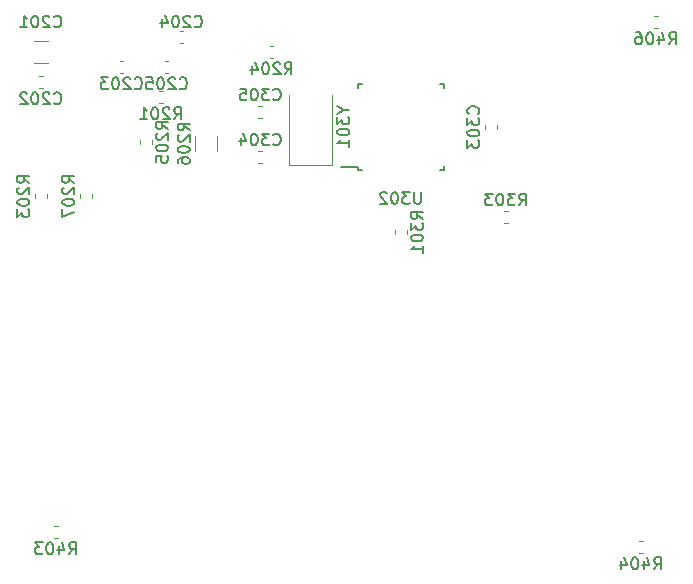
<source format=gbr>
G04 #@! TF.GenerationSoftware,KiCad,Pcbnew,(5.1.6)-1*
G04 #@! TF.CreationDate,2020-09-09T15:03:48-04:00*
G04 #@! TF.ProjectId,electronique_drone,656c6563-7472-46f6-9e69-7175655f6472,2*
G04 #@! TF.SameCoordinates,Original*
G04 #@! TF.FileFunction,Legend,Bot*
G04 #@! TF.FilePolarity,Positive*
%FSLAX46Y46*%
G04 Gerber Fmt 4.6, Leading zero omitted, Abs format (unit mm)*
G04 Created by KiCad (PCBNEW (5.1.6)-1) date 2020-09-09 15:03:48*
%MOMM*%
%LPD*%
G01*
G04 APERTURE LIST*
%ADD10C,0.120000*%
%ADD11C,0.150000*%
G04 APERTURE END LIST*
D10*
X54007936Y-59330000D02*
X55212064Y-59330000D01*
X54007936Y-57510000D02*
X55212064Y-57510000D01*
X54447221Y-61470000D02*
X54772779Y-61470000D01*
X54447221Y-60450000D02*
X54772779Y-60450000D01*
X61279721Y-60200000D02*
X61605279Y-60200000D01*
X61279721Y-59180000D02*
X61605279Y-59180000D01*
X66359721Y-57660000D02*
X66685279Y-57660000D01*
X66359721Y-56640000D02*
X66685279Y-56640000D01*
X65089721Y-59180000D02*
X65415279Y-59180000D01*
X65089721Y-60200000D02*
X65415279Y-60200000D01*
X93220000Y-64607221D02*
X93220000Y-64932779D01*
X92200000Y-64607221D02*
X92200000Y-64932779D01*
X73340279Y-66800000D02*
X73014721Y-66800000D01*
X73340279Y-67820000D02*
X73014721Y-67820000D01*
X73340279Y-64010000D02*
X73014721Y-64010000D01*
X73340279Y-62990000D02*
X73014721Y-62990000D01*
X64607221Y-62740000D02*
X64932779Y-62740000D01*
X64607221Y-61720000D02*
X64932779Y-61720000D01*
X55120000Y-70474721D02*
X55120000Y-70800279D01*
X54100000Y-70474721D02*
X54100000Y-70800279D01*
X73979721Y-57910000D02*
X74305279Y-57910000D01*
X73979721Y-58930000D02*
X74305279Y-58930000D01*
X62990000Y-66202779D02*
X62990000Y-65877221D01*
X64010000Y-66202779D02*
X64010000Y-65877221D01*
X67670000Y-65567936D02*
X67670000Y-66772064D01*
X69490000Y-65567936D02*
X69490000Y-66772064D01*
X58930000Y-70474721D02*
X58930000Y-70800279D01*
X57910000Y-70474721D02*
X57910000Y-70800279D01*
X84580000Y-73822779D02*
X84580000Y-73497221D01*
X85600000Y-73822779D02*
X85600000Y-73497221D01*
X94142779Y-71880000D02*
X93817221Y-71880000D01*
X94142779Y-72900000D02*
X93817221Y-72900000D01*
X55717221Y-98550000D02*
X56042779Y-98550000D01*
X55717221Y-99570000D02*
X56042779Y-99570000D01*
X105247221Y-100840000D02*
X105572779Y-100840000D01*
X105247221Y-99820000D02*
X105572779Y-99820000D01*
X106517221Y-56390000D02*
X106842779Y-56390000D01*
X106517221Y-55370000D02*
X106842779Y-55370000D01*
D11*
X81465000Y-68395000D02*
X81465000Y-68170000D01*
X88715000Y-68395000D02*
X88715000Y-68070000D01*
X88715000Y-61145000D02*
X88715000Y-61470000D01*
X81465000Y-61145000D02*
X81465000Y-61470000D01*
X81465000Y-68395000D02*
X81790000Y-68395000D01*
X81465000Y-61145000D02*
X81790000Y-61145000D01*
X88715000Y-61145000D02*
X88390000Y-61145000D01*
X88715000Y-68395000D02*
X88390000Y-68395000D01*
X81465000Y-68170000D02*
X80040000Y-68170000D01*
D10*
X79270000Y-62070000D02*
X79270000Y-67970000D01*
X79270000Y-67970000D02*
X75670000Y-67970000D01*
X75670000Y-67970000D02*
X75670000Y-62070000D01*
D11*
X55729047Y-56237142D02*
X55776666Y-56284761D01*
X55919523Y-56332380D01*
X56014761Y-56332380D01*
X56157619Y-56284761D01*
X56252857Y-56189523D01*
X56300476Y-56094285D01*
X56348095Y-55903809D01*
X56348095Y-55760952D01*
X56300476Y-55570476D01*
X56252857Y-55475238D01*
X56157619Y-55380000D01*
X56014761Y-55332380D01*
X55919523Y-55332380D01*
X55776666Y-55380000D01*
X55729047Y-55427619D01*
X55348095Y-55427619D02*
X55300476Y-55380000D01*
X55205238Y-55332380D01*
X54967142Y-55332380D01*
X54871904Y-55380000D01*
X54824285Y-55427619D01*
X54776666Y-55522857D01*
X54776666Y-55618095D01*
X54824285Y-55760952D01*
X55395714Y-56332380D01*
X54776666Y-56332380D01*
X54157619Y-55332380D02*
X54062380Y-55332380D01*
X53967142Y-55380000D01*
X53919523Y-55427619D01*
X53871904Y-55522857D01*
X53824285Y-55713333D01*
X53824285Y-55951428D01*
X53871904Y-56141904D01*
X53919523Y-56237142D01*
X53967142Y-56284761D01*
X54062380Y-56332380D01*
X54157619Y-56332380D01*
X54252857Y-56284761D01*
X54300476Y-56237142D01*
X54348095Y-56141904D01*
X54395714Y-55951428D01*
X54395714Y-55713333D01*
X54348095Y-55522857D01*
X54300476Y-55427619D01*
X54252857Y-55380000D01*
X54157619Y-55332380D01*
X52871904Y-56332380D02*
X53443333Y-56332380D01*
X53157619Y-56332380D02*
X53157619Y-55332380D01*
X53252857Y-55475238D01*
X53348095Y-55570476D01*
X53443333Y-55618095D01*
X55729047Y-62747142D02*
X55776666Y-62794761D01*
X55919523Y-62842380D01*
X56014761Y-62842380D01*
X56157619Y-62794761D01*
X56252857Y-62699523D01*
X56300476Y-62604285D01*
X56348095Y-62413809D01*
X56348095Y-62270952D01*
X56300476Y-62080476D01*
X56252857Y-61985238D01*
X56157619Y-61890000D01*
X56014761Y-61842380D01*
X55919523Y-61842380D01*
X55776666Y-61890000D01*
X55729047Y-61937619D01*
X55348095Y-61937619D02*
X55300476Y-61890000D01*
X55205238Y-61842380D01*
X54967142Y-61842380D01*
X54871904Y-61890000D01*
X54824285Y-61937619D01*
X54776666Y-62032857D01*
X54776666Y-62128095D01*
X54824285Y-62270952D01*
X55395714Y-62842380D01*
X54776666Y-62842380D01*
X54157619Y-61842380D02*
X54062380Y-61842380D01*
X53967142Y-61890000D01*
X53919523Y-61937619D01*
X53871904Y-62032857D01*
X53824285Y-62223333D01*
X53824285Y-62461428D01*
X53871904Y-62651904D01*
X53919523Y-62747142D01*
X53967142Y-62794761D01*
X54062380Y-62842380D01*
X54157619Y-62842380D01*
X54252857Y-62794761D01*
X54300476Y-62747142D01*
X54348095Y-62651904D01*
X54395714Y-62461428D01*
X54395714Y-62223333D01*
X54348095Y-62032857D01*
X54300476Y-61937619D01*
X54252857Y-61890000D01*
X54157619Y-61842380D01*
X53443333Y-61937619D02*
X53395714Y-61890000D01*
X53300476Y-61842380D01*
X53062380Y-61842380D01*
X52967142Y-61890000D01*
X52919523Y-61937619D01*
X52871904Y-62032857D01*
X52871904Y-62128095D01*
X52919523Y-62270952D01*
X53490952Y-62842380D01*
X52871904Y-62842380D01*
X62561547Y-61477142D02*
X62609166Y-61524761D01*
X62752023Y-61572380D01*
X62847261Y-61572380D01*
X62990119Y-61524761D01*
X63085357Y-61429523D01*
X63132976Y-61334285D01*
X63180595Y-61143809D01*
X63180595Y-61000952D01*
X63132976Y-60810476D01*
X63085357Y-60715238D01*
X62990119Y-60620000D01*
X62847261Y-60572380D01*
X62752023Y-60572380D01*
X62609166Y-60620000D01*
X62561547Y-60667619D01*
X62180595Y-60667619D02*
X62132976Y-60620000D01*
X62037738Y-60572380D01*
X61799642Y-60572380D01*
X61704404Y-60620000D01*
X61656785Y-60667619D01*
X61609166Y-60762857D01*
X61609166Y-60858095D01*
X61656785Y-61000952D01*
X62228214Y-61572380D01*
X61609166Y-61572380D01*
X60990119Y-60572380D02*
X60894880Y-60572380D01*
X60799642Y-60620000D01*
X60752023Y-60667619D01*
X60704404Y-60762857D01*
X60656785Y-60953333D01*
X60656785Y-61191428D01*
X60704404Y-61381904D01*
X60752023Y-61477142D01*
X60799642Y-61524761D01*
X60894880Y-61572380D01*
X60990119Y-61572380D01*
X61085357Y-61524761D01*
X61132976Y-61477142D01*
X61180595Y-61381904D01*
X61228214Y-61191428D01*
X61228214Y-60953333D01*
X61180595Y-60762857D01*
X61132976Y-60667619D01*
X61085357Y-60620000D01*
X60990119Y-60572380D01*
X60323452Y-60572380D02*
X59704404Y-60572380D01*
X60037738Y-60953333D01*
X59894880Y-60953333D01*
X59799642Y-61000952D01*
X59752023Y-61048571D01*
X59704404Y-61143809D01*
X59704404Y-61381904D01*
X59752023Y-61477142D01*
X59799642Y-61524761D01*
X59894880Y-61572380D01*
X60180595Y-61572380D01*
X60275833Y-61524761D01*
X60323452Y-61477142D01*
X67641547Y-56237142D02*
X67689166Y-56284761D01*
X67832023Y-56332380D01*
X67927261Y-56332380D01*
X68070119Y-56284761D01*
X68165357Y-56189523D01*
X68212976Y-56094285D01*
X68260595Y-55903809D01*
X68260595Y-55760952D01*
X68212976Y-55570476D01*
X68165357Y-55475238D01*
X68070119Y-55380000D01*
X67927261Y-55332380D01*
X67832023Y-55332380D01*
X67689166Y-55380000D01*
X67641547Y-55427619D01*
X67260595Y-55427619D02*
X67212976Y-55380000D01*
X67117738Y-55332380D01*
X66879642Y-55332380D01*
X66784404Y-55380000D01*
X66736785Y-55427619D01*
X66689166Y-55522857D01*
X66689166Y-55618095D01*
X66736785Y-55760952D01*
X67308214Y-56332380D01*
X66689166Y-56332380D01*
X66070119Y-55332380D02*
X65974880Y-55332380D01*
X65879642Y-55380000D01*
X65832023Y-55427619D01*
X65784404Y-55522857D01*
X65736785Y-55713333D01*
X65736785Y-55951428D01*
X65784404Y-56141904D01*
X65832023Y-56237142D01*
X65879642Y-56284761D01*
X65974880Y-56332380D01*
X66070119Y-56332380D01*
X66165357Y-56284761D01*
X66212976Y-56237142D01*
X66260595Y-56141904D01*
X66308214Y-55951428D01*
X66308214Y-55713333D01*
X66260595Y-55522857D01*
X66212976Y-55427619D01*
X66165357Y-55380000D01*
X66070119Y-55332380D01*
X64879642Y-55665714D02*
X64879642Y-56332380D01*
X65117738Y-55284761D02*
X65355833Y-55999047D01*
X64736785Y-55999047D01*
X66371547Y-61477142D02*
X66419166Y-61524761D01*
X66562023Y-61572380D01*
X66657261Y-61572380D01*
X66800119Y-61524761D01*
X66895357Y-61429523D01*
X66942976Y-61334285D01*
X66990595Y-61143809D01*
X66990595Y-61000952D01*
X66942976Y-60810476D01*
X66895357Y-60715238D01*
X66800119Y-60620000D01*
X66657261Y-60572380D01*
X66562023Y-60572380D01*
X66419166Y-60620000D01*
X66371547Y-60667619D01*
X65990595Y-60667619D02*
X65942976Y-60620000D01*
X65847738Y-60572380D01*
X65609642Y-60572380D01*
X65514404Y-60620000D01*
X65466785Y-60667619D01*
X65419166Y-60762857D01*
X65419166Y-60858095D01*
X65466785Y-61000952D01*
X66038214Y-61572380D01*
X65419166Y-61572380D01*
X64800119Y-60572380D02*
X64704880Y-60572380D01*
X64609642Y-60620000D01*
X64562023Y-60667619D01*
X64514404Y-60762857D01*
X64466785Y-60953333D01*
X64466785Y-61191428D01*
X64514404Y-61381904D01*
X64562023Y-61477142D01*
X64609642Y-61524761D01*
X64704880Y-61572380D01*
X64800119Y-61572380D01*
X64895357Y-61524761D01*
X64942976Y-61477142D01*
X64990595Y-61381904D01*
X65038214Y-61191428D01*
X65038214Y-60953333D01*
X64990595Y-60762857D01*
X64942976Y-60667619D01*
X64895357Y-60620000D01*
X64800119Y-60572380D01*
X63562023Y-60572380D02*
X64038214Y-60572380D01*
X64085833Y-61048571D01*
X64038214Y-61000952D01*
X63942976Y-60953333D01*
X63704880Y-60953333D01*
X63609642Y-61000952D01*
X63562023Y-61048571D01*
X63514404Y-61143809D01*
X63514404Y-61381904D01*
X63562023Y-61477142D01*
X63609642Y-61524761D01*
X63704880Y-61572380D01*
X63942976Y-61572380D01*
X64038214Y-61524761D01*
X64085833Y-61477142D01*
X91637142Y-63650952D02*
X91684761Y-63603333D01*
X91732380Y-63460476D01*
X91732380Y-63365238D01*
X91684761Y-63222380D01*
X91589523Y-63127142D01*
X91494285Y-63079523D01*
X91303809Y-63031904D01*
X91160952Y-63031904D01*
X90970476Y-63079523D01*
X90875238Y-63127142D01*
X90780000Y-63222380D01*
X90732380Y-63365238D01*
X90732380Y-63460476D01*
X90780000Y-63603333D01*
X90827619Y-63650952D01*
X90732380Y-63984285D02*
X90732380Y-64603333D01*
X91113333Y-64270000D01*
X91113333Y-64412857D01*
X91160952Y-64508095D01*
X91208571Y-64555714D01*
X91303809Y-64603333D01*
X91541904Y-64603333D01*
X91637142Y-64555714D01*
X91684761Y-64508095D01*
X91732380Y-64412857D01*
X91732380Y-64127142D01*
X91684761Y-64031904D01*
X91637142Y-63984285D01*
X90732380Y-65222380D02*
X90732380Y-65317619D01*
X90780000Y-65412857D01*
X90827619Y-65460476D01*
X90922857Y-65508095D01*
X91113333Y-65555714D01*
X91351428Y-65555714D01*
X91541904Y-65508095D01*
X91637142Y-65460476D01*
X91684761Y-65412857D01*
X91732380Y-65317619D01*
X91732380Y-65222380D01*
X91684761Y-65127142D01*
X91637142Y-65079523D01*
X91541904Y-65031904D01*
X91351428Y-64984285D01*
X91113333Y-64984285D01*
X90922857Y-65031904D01*
X90827619Y-65079523D01*
X90780000Y-65127142D01*
X90732380Y-65222380D01*
X90732380Y-65889047D02*
X90732380Y-66508095D01*
X91113333Y-66174761D01*
X91113333Y-66317619D01*
X91160952Y-66412857D01*
X91208571Y-66460476D01*
X91303809Y-66508095D01*
X91541904Y-66508095D01*
X91637142Y-66460476D01*
X91684761Y-66412857D01*
X91732380Y-66317619D01*
X91732380Y-66031904D01*
X91684761Y-65936666D01*
X91637142Y-65889047D01*
X74296547Y-66237142D02*
X74344166Y-66284761D01*
X74487023Y-66332380D01*
X74582261Y-66332380D01*
X74725119Y-66284761D01*
X74820357Y-66189523D01*
X74867976Y-66094285D01*
X74915595Y-65903809D01*
X74915595Y-65760952D01*
X74867976Y-65570476D01*
X74820357Y-65475238D01*
X74725119Y-65380000D01*
X74582261Y-65332380D01*
X74487023Y-65332380D01*
X74344166Y-65380000D01*
X74296547Y-65427619D01*
X73963214Y-65332380D02*
X73344166Y-65332380D01*
X73677500Y-65713333D01*
X73534642Y-65713333D01*
X73439404Y-65760952D01*
X73391785Y-65808571D01*
X73344166Y-65903809D01*
X73344166Y-66141904D01*
X73391785Y-66237142D01*
X73439404Y-66284761D01*
X73534642Y-66332380D01*
X73820357Y-66332380D01*
X73915595Y-66284761D01*
X73963214Y-66237142D01*
X72725119Y-65332380D02*
X72629880Y-65332380D01*
X72534642Y-65380000D01*
X72487023Y-65427619D01*
X72439404Y-65522857D01*
X72391785Y-65713333D01*
X72391785Y-65951428D01*
X72439404Y-66141904D01*
X72487023Y-66237142D01*
X72534642Y-66284761D01*
X72629880Y-66332380D01*
X72725119Y-66332380D01*
X72820357Y-66284761D01*
X72867976Y-66237142D01*
X72915595Y-66141904D01*
X72963214Y-65951428D01*
X72963214Y-65713333D01*
X72915595Y-65522857D01*
X72867976Y-65427619D01*
X72820357Y-65380000D01*
X72725119Y-65332380D01*
X71534642Y-65665714D02*
X71534642Y-66332380D01*
X71772738Y-65284761D02*
X72010833Y-65999047D01*
X71391785Y-65999047D01*
X74296547Y-62427142D02*
X74344166Y-62474761D01*
X74487023Y-62522380D01*
X74582261Y-62522380D01*
X74725119Y-62474761D01*
X74820357Y-62379523D01*
X74867976Y-62284285D01*
X74915595Y-62093809D01*
X74915595Y-61950952D01*
X74867976Y-61760476D01*
X74820357Y-61665238D01*
X74725119Y-61570000D01*
X74582261Y-61522380D01*
X74487023Y-61522380D01*
X74344166Y-61570000D01*
X74296547Y-61617619D01*
X73963214Y-61522380D02*
X73344166Y-61522380D01*
X73677500Y-61903333D01*
X73534642Y-61903333D01*
X73439404Y-61950952D01*
X73391785Y-61998571D01*
X73344166Y-62093809D01*
X73344166Y-62331904D01*
X73391785Y-62427142D01*
X73439404Y-62474761D01*
X73534642Y-62522380D01*
X73820357Y-62522380D01*
X73915595Y-62474761D01*
X73963214Y-62427142D01*
X72725119Y-61522380D02*
X72629880Y-61522380D01*
X72534642Y-61570000D01*
X72487023Y-61617619D01*
X72439404Y-61712857D01*
X72391785Y-61903333D01*
X72391785Y-62141428D01*
X72439404Y-62331904D01*
X72487023Y-62427142D01*
X72534642Y-62474761D01*
X72629880Y-62522380D01*
X72725119Y-62522380D01*
X72820357Y-62474761D01*
X72867976Y-62427142D01*
X72915595Y-62331904D01*
X72963214Y-62141428D01*
X72963214Y-61903333D01*
X72915595Y-61712857D01*
X72867976Y-61617619D01*
X72820357Y-61570000D01*
X72725119Y-61522380D01*
X71487023Y-61522380D02*
X71963214Y-61522380D01*
X72010833Y-61998571D01*
X71963214Y-61950952D01*
X71867976Y-61903333D01*
X71629880Y-61903333D01*
X71534642Y-61950952D01*
X71487023Y-61998571D01*
X71439404Y-62093809D01*
X71439404Y-62331904D01*
X71487023Y-62427142D01*
X71534642Y-62474761D01*
X71629880Y-62522380D01*
X71867976Y-62522380D01*
X71963214Y-62474761D01*
X72010833Y-62427142D01*
X65889047Y-64112380D02*
X66222380Y-63636190D01*
X66460476Y-64112380D02*
X66460476Y-63112380D01*
X66079523Y-63112380D01*
X65984285Y-63160000D01*
X65936666Y-63207619D01*
X65889047Y-63302857D01*
X65889047Y-63445714D01*
X65936666Y-63540952D01*
X65984285Y-63588571D01*
X66079523Y-63636190D01*
X66460476Y-63636190D01*
X65508095Y-63207619D02*
X65460476Y-63160000D01*
X65365238Y-63112380D01*
X65127142Y-63112380D01*
X65031904Y-63160000D01*
X64984285Y-63207619D01*
X64936666Y-63302857D01*
X64936666Y-63398095D01*
X64984285Y-63540952D01*
X65555714Y-64112380D01*
X64936666Y-64112380D01*
X64317619Y-63112380D02*
X64222380Y-63112380D01*
X64127142Y-63160000D01*
X64079523Y-63207619D01*
X64031904Y-63302857D01*
X63984285Y-63493333D01*
X63984285Y-63731428D01*
X64031904Y-63921904D01*
X64079523Y-64017142D01*
X64127142Y-64064761D01*
X64222380Y-64112380D01*
X64317619Y-64112380D01*
X64412857Y-64064761D01*
X64460476Y-64017142D01*
X64508095Y-63921904D01*
X64555714Y-63731428D01*
X64555714Y-63493333D01*
X64508095Y-63302857D01*
X64460476Y-63207619D01*
X64412857Y-63160000D01*
X64317619Y-63112380D01*
X63031904Y-64112380D02*
X63603333Y-64112380D01*
X63317619Y-64112380D02*
X63317619Y-63112380D01*
X63412857Y-63255238D01*
X63508095Y-63350476D01*
X63603333Y-63398095D01*
X53632380Y-69518452D02*
X53156190Y-69185119D01*
X53632380Y-68947023D02*
X52632380Y-68947023D01*
X52632380Y-69327976D01*
X52680000Y-69423214D01*
X52727619Y-69470833D01*
X52822857Y-69518452D01*
X52965714Y-69518452D01*
X53060952Y-69470833D01*
X53108571Y-69423214D01*
X53156190Y-69327976D01*
X53156190Y-68947023D01*
X52727619Y-69899404D02*
X52680000Y-69947023D01*
X52632380Y-70042261D01*
X52632380Y-70280357D01*
X52680000Y-70375595D01*
X52727619Y-70423214D01*
X52822857Y-70470833D01*
X52918095Y-70470833D01*
X53060952Y-70423214D01*
X53632380Y-69851785D01*
X53632380Y-70470833D01*
X52632380Y-71089880D02*
X52632380Y-71185119D01*
X52680000Y-71280357D01*
X52727619Y-71327976D01*
X52822857Y-71375595D01*
X53013333Y-71423214D01*
X53251428Y-71423214D01*
X53441904Y-71375595D01*
X53537142Y-71327976D01*
X53584761Y-71280357D01*
X53632380Y-71185119D01*
X53632380Y-71089880D01*
X53584761Y-70994642D01*
X53537142Y-70947023D01*
X53441904Y-70899404D01*
X53251428Y-70851785D01*
X53013333Y-70851785D01*
X52822857Y-70899404D01*
X52727619Y-70947023D01*
X52680000Y-70994642D01*
X52632380Y-71089880D01*
X52632380Y-71756547D02*
X52632380Y-72375595D01*
X53013333Y-72042261D01*
X53013333Y-72185119D01*
X53060952Y-72280357D01*
X53108571Y-72327976D01*
X53203809Y-72375595D01*
X53441904Y-72375595D01*
X53537142Y-72327976D01*
X53584761Y-72280357D01*
X53632380Y-72185119D01*
X53632380Y-71899404D01*
X53584761Y-71804166D01*
X53537142Y-71756547D01*
X75261547Y-60302380D02*
X75594880Y-59826190D01*
X75832976Y-60302380D02*
X75832976Y-59302380D01*
X75452023Y-59302380D01*
X75356785Y-59350000D01*
X75309166Y-59397619D01*
X75261547Y-59492857D01*
X75261547Y-59635714D01*
X75309166Y-59730952D01*
X75356785Y-59778571D01*
X75452023Y-59826190D01*
X75832976Y-59826190D01*
X74880595Y-59397619D02*
X74832976Y-59350000D01*
X74737738Y-59302380D01*
X74499642Y-59302380D01*
X74404404Y-59350000D01*
X74356785Y-59397619D01*
X74309166Y-59492857D01*
X74309166Y-59588095D01*
X74356785Y-59730952D01*
X74928214Y-60302380D01*
X74309166Y-60302380D01*
X73690119Y-59302380D02*
X73594880Y-59302380D01*
X73499642Y-59350000D01*
X73452023Y-59397619D01*
X73404404Y-59492857D01*
X73356785Y-59683333D01*
X73356785Y-59921428D01*
X73404404Y-60111904D01*
X73452023Y-60207142D01*
X73499642Y-60254761D01*
X73594880Y-60302380D01*
X73690119Y-60302380D01*
X73785357Y-60254761D01*
X73832976Y-60207142D01*
X73880595Y-60111904D01*
X73928214Y-59921428D01*
X73928214Y-59683333D01*
X73880595Y-59492857D01*
X73832976Y-59397619D01*
X73785357Y-59350000D01*
X73690119Y-59302380D01*
X72499642Y-59635714D02*
X72499642Y-60302380D01*
X72737738Y-59254761D02*
X72975833Y-59969047D01*
X72356785Y-59969047D01*
X65382380Y-64920952D02*
X64906190Y-64587619D01*
X65382380Y-64349523D02*
X64382380Y-64349523D01*
X64382380Y-64730476D01*
X64430000Y-64825714D01*
X64477619Y-64873333D01*
X64572857Y-64920952D01*
X64715714Y-64920952D01*
X64810952Y-64873333D01*
X64858571Y-64825714D01*
X64906190Y-64730476D01*
X64906190Y-64349523D01*
X64477619Y-65301904D02*
X64430000Y-65349523D01*
X64382380Y-65444761D01*
X64382380Y-65682857D01*
X64430000Y-65778095D01*
X64477619Y-65825714D01*
X64572857Y-65873333D01*
X64668095Y-65873333D01*
X64810952Y-65825714D01*
X65382380Y-65254285D01*
X65382380Y-65873333D01*
X64382380Y-66492380D02*
X64382380Y-66587619D01*
X64430000Y-66682857D01*
X64477619Y-66730476D01*
X64572857Y-66778095D01*
X64763333Y-66825714D01*
X65001428Y-66825714D01*
X65191904Y-66778095D01*
X65287142Y-66730476D01*
X65334761Y-66682857D01*
X65382380Y-66587619D01*
X65382380Y-66492380D01*
X65334761Y-66397142D01*
X65287142Y-66349523D01*
X65191904Y-66301904D01*
X65001428Y-66254285D01*
X64763333Y-66254285D01*
X64572857Y-66301904D01*
X64477619Y-66349523D01*
X64430000Y-66397142D01*
X64382380Y-66492380D01*
X64382380Y-67730476D02*
X64382380Y-67254285D01*
X64858571Y-67206666D01*
X64810952Y-67254285D01*
X64763333Y-67349523D01*
X64763333Y-67587619D01*
X64810952Y-67682857D01*
X64858571Y-67730476D01*
X64953809Y-67778095D01*
X65191904Y-67778095D01*
X65287142Y-67730476D01*
X65334761Y-67682857D01*
X65382380Y-67587619D01*
X65382380Y-67349523D01*
X65334761Y-67254285D01*
X65287142Y-67206666D01*
X67212380Y-65050952D02*
X66736190Y-64717619D01*
X67212380Y-64479523D02*
X66212380Y-64479523D01*
X66212380Y-64860476D01*
X66260000Y-64955714D01*
X66307619Y-65003333D01*
X66402857Y-65050952D01*
X66545714Y-65050952D01*
X66640952Y-65003333D01*
X66688571Y-64955714D01*
X66736190Y-64860476D01*
X66736190Y-64479523D01*
X66307619Y-65431904D02*
X66260000Y-65479523D01*
X66212380Y-65574761D01*
X66212380Y-65812857D01*
X66260000Y-65908095D01*
X66307619Y-65955714D01*
X66402857Y-66003333D01*
X66498095Y-66003333D01*
X66640952Y-65955714D01*
X67212380Y-65384285D01*
X67212380Y-66003333D01*
X66212380Y-66622380D02*
X66212380Y-66717619D01*
X66260000Y-66812857D01*
X66307619Y-66860476D01*
X66402857Y-66908095D01*
X66593333Y-66955714D01*
X66831428Y-66955714D01*
X67021904Y-66908095D01*
X67117142Y-66860476D01*
X67164761Y-66812857D01*
X67212380Y-66717619D01*
X67212380Y-66622380D01*
X67164761Y-66527142D01*
X67117142Y-66479523D01*
X67021904Y-66431904D01*
X66831428Y-66384285D01*
X66593333Y-66384285D01*
X66402857Y-66431904D01*
X66307619Y-66479523D01*
X66260000Y-66527142D01*
X66212380Y-66622380D01*
X66212380Y-67812857D02*
X66212380Y-67622380D01*
X66260000Y-67527142D01*
X66307619Y-67479523D01*
X66450476Y-67384285D01*
X66640952Y-67336666D01*
X67021904Y-67336666D01*
X67117142Y-67384285D01*
X67164761Y-67431904D01*
X67212380Y-67527142D01*
X67212380Y-67717619D01*
X67164761Y-67812857D01*
X67117142Y-67860476D01*
X67021904Y-67908095D01*
X66783809Y-67908095D01*
X66688571Y-67860476D01*
X66640952Y-67812857D01*
X66593333Y-67717619D01*
X66593333Y-67527142D01*
X66640952Y-67431904D01*
X66688571Y-67384285D01*
X66783809Y-67336666D01*
X57442380Y-69518452D02*
X56966190Y-69185119D01*
X57442380Y-68947023D02*
X56442380Y-68947023D01*
X56442380Y-69327976D01*
X56490000Y-69423214D01*
X56537619Y-69470833D01*
X56632857Y-69518452D01*
X56775714Y-69518452D01*
X56870952Y-69470833D01*
X56918571Y-69423214D01*
X56966190Y-69327976D01*
X56966190Y-68947023D01*
X56537619Y-69899404D02*
X56490000Y-69947023D01*
X56442380Y-70042261D01*
X56442380Y-70280357D01*
X56490000Y-70375595D01*
X56537619Y-70423214D01*
X56632857Y-70470833D01*
X56728095Y-70470833D01*
X56870952Y-70423214D01*
X57442380Y-69851785D01*
X57442380Y-70470833D01*
X56442380Y-71089880D02*
X56442380Y-71185119D01*
X56490000Y-71280357D01*
X56537619Y-71327976D01*
X56632857Y-71375595D01*
X56823333Y-71423214D01*
X57061428Y-71423214D01*
X57251904Y-71375595D01*
X57347142Y-71327976D01*
X57394761Y-71280357D01*
X57442380Y-71185119D01*
X57442380Y-71089880D01*
X57394761Y-70994642D01*
X57347142Y-70947023D01*
X57251904Y-70899404D01*
X57061428Y-70851785D01*
X56823333Y-70851785D01*
X56632857Y-70899404D01*
X56537619Y-70947023D01*
X56490000Y-70994642D01*
X56442380Y-71089880D01*
X56442380Y-71756547D02*
X56442380Y-72423214D01*
X57442380Y-71994642D01*
X86972380Y-72540952D02*
X86496190Y-72207619D01*
X86972380Y-71969523D02*
X85972380Y-71969523D01*
X85972380Y-72350476D01*
X86020000Y-72445714D01*
X86067619Y-72493333D01*
X86162857Y-72540952D01*
X86305714Y-72540952D01*
X86400952Y-72493333D01*
X86448571Y-72445714D01*
X86496190Y-72350476D01*
X86496190Y-71969523D01*
X85972380Y-72874285D02*
X85972380Y-73493333D01*
X86353333Y-73160000D01*
X86353333Y-73302857D01*
X86400952Y-73398095D01*
X86448571Y-73445714D01*
X86543809Y-73493333D01*
X86781904Y-73493333D01*
X86877142Y-73445714D01*
X86924761Y-73398095D01*
X86972380Y-73302857D01*
X86972380Y-73017142D01*
X86924761Y-72921904D01*
X86877142Y-72874285D01*
X85972380Y-74112380D02*
X85972380Y-74207619D01*
X86020000Y-74302857D01*
X86067619Y-74350476D01*
X86162857Y-74398095D01*
X86353333Y-74445714D01*
X86591428Y-74445714D01*
X86781904Y-74398095D01*
X86877142Y-74350476D01*
X86924761Y-74302857D01*
X86972380Y-74207619D01*
X86972380Y-74112380D01*
X86924761Y-74017142D01*
X86877142Y-73969523D01*
X86781904Y-73921904D01*
X86591428Y-73874285D01*
X86353333Y-73874285D01*
X86162857Y-73921904D01*
X86067619Y-73969523D01*
X86020000Y-74017142D01*
X85972380Y-74112380D01*
X86972380Y-75398095D02*
X86972380Y-74826666D01*
X86972380Y-75112380D02*
X85972380Y-75112380D01*
X86115238Y-75017142D01*
X86210476Y-74921904D01*
X86258095Y-74826666D01*
X95099047Y-71412380D02*
X95432380Y-70936190D01*
X95670476Y-71412380D02*
X95670476Y-70412380D01*
X95289523Y-70412380D01*
X95194285Y-70460000D01*
X95146666Y-70507619D01*
X95099047Y-70602857D01*
X95099047Y-70745714D01*
X95146666Y-70840952D01*
X95194285Y-70888571D01*
X95289523Y-70936190D01*
X95670476Y-70936190D01*
X94765714Y-70412380D02*
X94146666Y-70412380D01*
X94480000Y-70793333D01*
X94337142Y-70793333D01*
X94241904Y-70840952D01*
X94194285Y-70888571D01*
X94146666Y-70983809D01*
X94146666Y-71221904D01*
X94194285Y-71317142D01*
X94241904Y-71364761D01*
X94337142Y-71412380D01*
X94622857Y-71412380D01*
X94718095Y-71364761D01*
X94765714Y-71317142D01*
X93527619Y-70412380D02*
X93432380Y-70412380D01*
X93337142Y-70460000D01*
X93289523Y-70507619D01*
X93241904Y-70602857D01*
X93194285Y-70793333D01*
X93194285Y-71031428D01*
X93241904Y-71221904D01*
X93289523Y-71317142D01*
X93337142Y-71364761D01*
X93432380Y-71412380D01*
X93527619Y-71412380D01*
X93622857Y-71364761D01*
X93670476Y-71317142D01*
X93718095Y-71221904D01*
X93765714Y-71031428D01*
X93765714Y-70793333D01*
X93718095Y-70602857D01*
X93670476Y-70507619D01*
X93622857Y-70460000D01*
X93527619Y-70412380D01*
X92860952Y-70412380D02*
X92241904Y-70412380D01*
X92575238Y-70793333D01*
X92432380Y-70793333D01*
X92337142Y-70840952D01*
X92289523Y-70888571D01*
X92241904Y-70983809D01*
X92241904Y-71221904D01*
X92289523Y-71317142D01*
X92337142Y-71364761D01*
X92432380Y-71412380D01*
X92718095Y-71412380D01*
X92813333Y-71364761D01*
X92860952Y-71317142D01*
X56999047Y-100942380D02*
X57332380Y-100466190D01*
X57570476Y-100942380D02*
X57570476Y-99942380D01*
X57189523Y-99942380D01*
X57094285Y-99990000D01*
X57046666Y-100037619D01*
X56999047Y-100132857D01*
X56999047Y-100275714D01*
X57046666Y-100370952D01*
X57094285Y-100418571D01*
X57189523Y-100466190D01*
X57570476Y-100466190D01*
X56141904Y-100275714D02*
X56141904Y-100942380D01*
X56380000Y-99894761D02*
X56618095Y-100609047D01*
X55999047Y-100609047D01*
X55427619Y-99942380D02*
X55332380Y-99942380D01*
X55237142Y-99990000D01*
X55189523Y-100037619D01*
X55141904Y-100132857D01*
X55094285Y-100323333D01*
X55094285Y-100561428D01*
X55141904Y-100751904D01*
X55189523Y-100847142D01*
X55237142Y-100894761D01*
X55332380Y-100942380D01*
X55427619Y-100942380D01*
X55522857Y-100894761D01*
X55570476Y-100847142D01*
X55618095Y-100751904D01*
X55665714Y-100561428D01*
X55665714Y-100323333D01*
X55618095Y-100132857D01*
X55570476Y-100037619D01*
X55522857Y-99990000D01*
X55427619Y-99942380D01*
X54760952Y-99942380D02*
X54141904Y-99942380D01*
X54475238Y-100323333D01*
X54332380Y-100323333D01*
X54237142Y-100370952D01*
X54189523Y-100418571D01*
X54141904Y-100513809D01*
X54141904Y-100751904D01*
X54189523Y-100847142D01*
X54237142Y-100894761D01*
X54332380Y-100942380D01*
X54618095Y-100942380D01*
X54713333Y-100894761D01*
X54760952Y-100847142D01*
X106529047Y-102212380D02*
X106862380Y-101736190D01*
X107100476Y-102212380D02*
X107100476Y-101212380D01*
X106719523Y-101212380D01*
X106624285Y-101260000D01*
X106576666Y-101307619D01*
X106529047Y-101402857D01*
X106529047Y-101545714D01*
X106576666Y-101640952D01*
X106624285Y-101688571D01*
X106719523Y-101736190D01*
X107100476Y-101736190D01*
X105671904Y-101545714D02*
X105671904Y-102212380D01*
X105910000Y-101164761D02*
X106148095Y-101879047D01*
X105529047Y-101879047D01*
X104957619Y-101212380D02*
X104862380Y-101212380D01*
X104767142Y-101260000D01*
X104719523Y-101307619D01*
X104671904Y-101402857D01*
X104624285Y-101593333D01*
X104624285Y-101831428D01*
X104671904Y-102021904D01*
X104719523Y-102117142D01*
X104767142Y-102164761D01*
X104862380Y-102212380D01*
X104957619Y-102212380D01*
X105052857Y-102164761D01*
X105100476Y-102117142D01*
X105148095Y-102021904D01*
X105195714Y-101831428D01*
X105195714Y-101593333D01*
X105148095Y-101402857D01*
X105100476Y-101307619D01*
X105052857Y-101260000D01*
X104957619Y-101212380D01*
X103767142Y-101545714D02*
X103767142Y-102212380D01*
X104005238Y-101164761D02*
X104243333Y-101879047D01*
X103624285Y-101879047D01*
X107799047Y-57762380D02*
X108132380Y-57286190D01*
X108370476Y-57762380D02*
X108370476Y-56762380D01*
X107989523Y-56762380D01*
X107894285Y-56810000D01*
X107846666Y-56857619D01*
X107799047Y-56952857D01*
X107799047Y-57095714D01*
X107846666Y-57190952D01*
X107894285Y-57238571D01*
X107989523Y-57286190D01*
X108370476Y-57286190D01*
X106941904Y-57095714D02*
X106941904Y-57762380D01*
X107180000Y-56714761D02*
X107418095Y-57429047D01*
X106799047Y-57429047D01*
X106227619Y-56762380D02*
X106132380Y-56762380D01*
X106037142Y-56810000D01*
X105989523Y-56857619D01*
X105941904Y-56952857D01*
X105894285Y-57143333D01*
X105894285Y-57381428D01*
X105941904Y-57571904D01*
X105989523Y-57667142D01*
X106037142Y-57714761D01*
X106132380Y-57762380D01*
X106227619Y-57762380D01*
X106322857Y-57714761D01*
X106370476Y-57667142D01*
X106418095Y-57571904D01*
X106465714Y-57381428D01*
X106465714Y-57143333D01*
X106418095Y-56952857D01*
X106370476Y-56857619D01*
X106322857Y-56810000D01*
X106227619Y-56762380D01*
X105037142Y-56762380D02*
X105227619Y-56762380D01*
X105322857Y-56810000D01*
X105370476Y-56857619D01*
X105465714Y-57000476D01*
X105513333Y-57190952D01*
X105513333Y-57571904D01*
X105465714Y-57667142D01*
X105418095Y-57714761D01*
X105322857Y-57762380D01*
X105132380Y-57762380D01*
X105037142Y-57714761D01*
X104989523Y-57667142D01*
X104941904Y-57571904D01*
X104941904Y-57333809D01*
X104989523Y-57238571D01*
X105037142Y-57190952D01*
X105132380Y-57143333D01*
X105322857Y-57143333D01*
X105418095Y-57190952D01*
X105465714Y-57238571D01*
X105513333Y-57333809D01*
X86804285Y-70272380D02*
X86804285Y-71081904D01*
X86756666Y-71177142D01*
X86709047Y-71224761D01*
X86613809Y-71272380D01*
X86423333Y-71272380D01*
X86328095Y-71224761D01*
X86280476Y-71177142D01*
X86232857Y-71081904D01*
X86232857Y-70272380D01*
X85851904Y-70272380D02*
X85232857Y-70272380D01*
X85566190Y-70653333D01*
X85423333Y-70653333D01*
X85328095Y-70700952D01*
X85280476Y-70748571D01*
X85232857Y-70843809D01*
X85232857Y-71081904D01*
X85280476Y-71177142D01*
X85328095Y-71224761D01*
X85423333Y-71272380D01*
X85709047Y-71272380D01*
X85804285Y-71224761D01*
X85851904Y-71177142D01*
X84613809Y-70272380D02*
X84518571Y-70272380D01*
X84423333Y-70320000D01*
X84375714Y-70367619D01*
X84328095Y-70462857D01*
X84280476Y-70653333D01*
X84280476Y-70891428D01*
X84328095Y-71081904D01*
X84375714Y-71177142D01*
X84423333Y-71224761D01*
X84518571Y-71272380D01*
X84613809Y-71272380D01*
X84709047Y-71224761D01*
X84756666Y-71177142D01*
X84804285Y-71081904D01*
X84851904Y-70891428D01*
X84851904Y-70653333D01*
X84804285Y-70462857D01*
X84756666Y-70367619D01*
X84709047Y-70320000D01*
X84613809Y-70272380D01*
X83899523Y-70367619D02*
X83851904Y-70320000D01*
X83756666Y-70272380D01*
X83518571Y-70272380D01*
X83423333Y-70320000D01*
X83375714Y-70367619D01*
X83328095Y-70462857D01*
X83328095Y-70558095D01*
X83375714Y-70700952D01*
X83947142Y-71272380D01*
X83328095Y-71272380D01*
X80246190Y-63341428D02*
X80722380Y-63341428D01*
X79722380Y-63008095D02*
X80246190Y-63341428D01*
X79722380Y-63674761D01*
X79722380Y-63912857D02*
X79722380Y-64531904D01*
X80103333Y-64198571D01*
X80103333Y-64341428D01*
X80150952Y-64436666D01*
X80198571Y-64484285D01*
X80293809Y-64531904D01*
X80531904Y-64531904D01*
X80627142Y-64484285D01*
X80674761Y-64436666D01*
X80722380Y-64341428D01*
X80722380Y-64055714D01*
X80674761Y-63960476D01*
X80627142Y-63912857D01*
X79722380Y-65150952D02*
X79722380Y-65246190D01*
X79770000Y-65341428D01*
X79817619Y-65389047D01*
X79912857Y-65436666D01*
X80103333Y-65484285D01*
X80341428Y-65484285D01*
X80531904Y-65436666D01*
X80627142Y-65389047D01*
X80674761Y-65341428D01*
X80722380Y-65246190D01*
X80722380Y-65150952D01*
X80674761Y-65055714D01*
X80627142Y-65008095D01*
X80531904Y-64960476D01*
X80341428Y-64912857D01*
X80103333Y-64912857D01*
X79912857Y-64960476D01*
X79817619Y-65008095D01*
X79770000Y-65055714D01*
X79722380Y-65150952D01*
X80722380Y-66436666D02*
X80722380Y-65865238D01*
X80722380Y-66150952D02*
X79722380Y-66150952D01*
X79865238Y-66055714D01*
X79960476Y-65960476D01*
X80008095Y-65865238D01*
M02*

</source>
